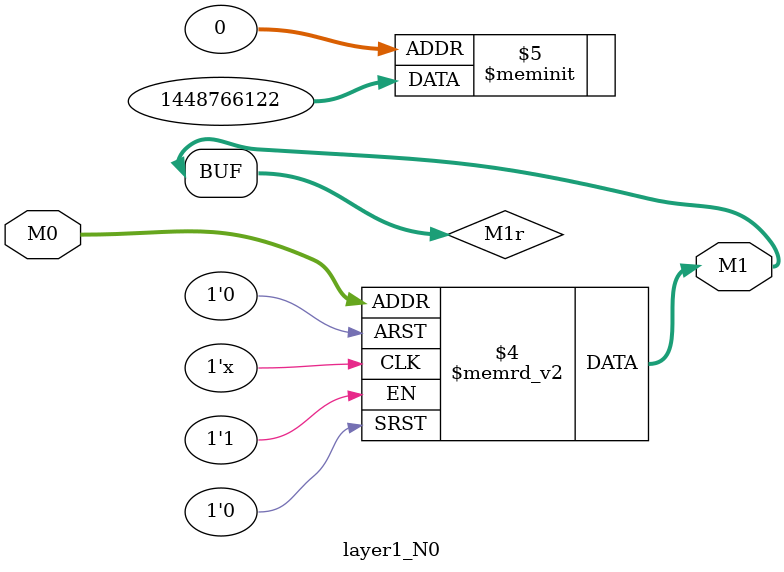
<source format=v>
module layer1_N0 ( input [3:0] M0, output [1:0] M1 );

	(*rom_style = "distributed" *) reg [1:0] M1r;
	assign M1 = M1r;
	always @ (M0) begin
		case (M0)
			4'b0000: M1r = 2'b10;
			4'b0100: M1r = 2'b10;
			4'b1000: M1r = 2'b10;
			4'b1100: M1r = 2'b10;
			4'b0001: M1r = 2'b10;
			4'b0101: M1r = 2'b10;
			4'b1001: M1r = 2'b10;
			4'b1101: M1r = 2'b01;
			4'b0010: M1r = 2'b10;
			4'b0110: M1r = 2'b10;
			4'b1010: M1r = 2'b01;
			4'b1110: M1r = 2'b01;
			4'b0011: M1r = 2'b10;
			4'b0111: M1r = 2'b01;
			4'b1011: M1r = 2'b01;
			4'b1111: M1r = 2'b01;

		endcase
	end
endmodule

</source>
